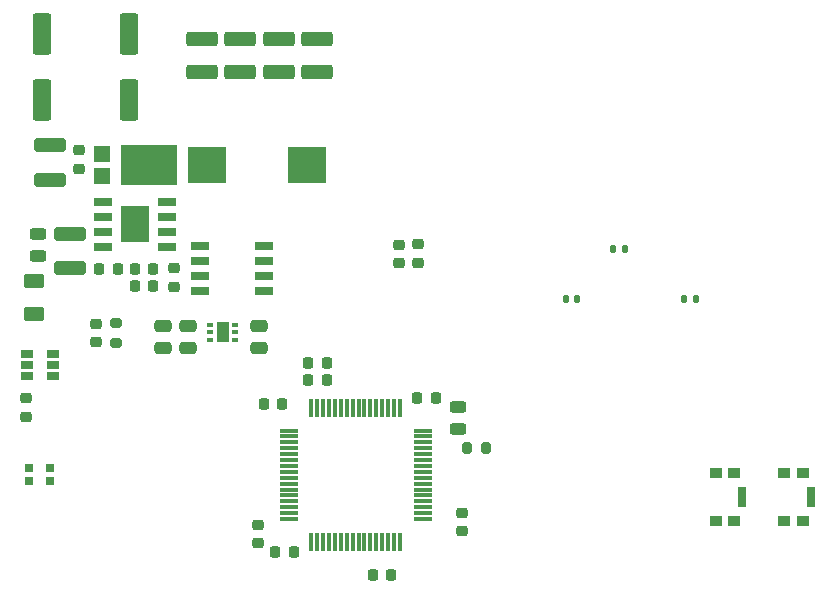
<source format=gbr>
%TF.GenerationSoftware,KiCad,Pcbnew,(6.0.0-rc1-29-g9238b27f63)*%
%TF.CreationDate,2021-12-03T12:49:23+01:00*%
%TF.ProjectId,robolympics_hub,726f626f-6c79-46d7-9069-63735f687562,rev?*%
%TF.SameCoordinates,Original*%
%TF.FileFunction,Paste,Top*%
%TF.FilePolarity,Positive*%
%FSLAX46Y46*%
G04 Gerber Fmt 4.6, Leading zero omitted, Abs format (unit mm)*
G04 Created by KiCad (PCBNEW (6.0.0-rc1-29-g9238b27f63)) date 2021-12-03 12:49:23*
%MOMM*%
%LPD*%
G01*
G04 APERTURE LIST*
G04 Aperture macros list*
%AMRoundRect*
0 Rectangle with rounded corners*
0 $1 Rounding radius*
0 $2 $3 $4 $5 $6 $7 $8 $9 X,Y pos of 4 corners*
0 Add a 4 corners polygon primitive as box body*
4,1,4,$2,$3,$4,$5,$6,$7,$8,$9,$2,$3,0*
0 Add four circle primitives for the rounded corners*
1,1,$1+$1,$2,$3*
1,1,$1+$1,$4,$5*
1,1,$1+$1,$6,$7*
1,1,$1+$1,$8,$9*
0 Add four rect primitives between the rounded corners*
20,1,$1+$1,$2,$3,$4,$5,0*
20,1,$1+$1,$4,$5,$6,$7,0*
20,1,$1+$1,$6,$7,$8,$9,0*
20,1,$1+$1,$8,$9,$2,$3,0*%
G04 Aperture macros list end*
%ADD10RoundRect,0.250000X1.075000X-0.375000X1.075000X0.375000X-1.075000X0.375000X-1.075000X-0.375000X0*%
%ADD11R,0.600000X0.350000*%
%ADD12R,1.100000X1.700000*%
%ADD13RoundRect,0.218750X-0.256250X0.218750X-0.256250X-0.218750X0.256250X-0.218750X0.256250X0.218750X0*%
%ADD14RoundRect,0.200000X-0.200000X-0.275000X0.200000X-0.275000X0.200000X0.275000X-0.200000X0.275000X0*%
%ADD15RoundRect,0.250000X0.550000X-1.500000X0.550000X1.500000X-0.550000X1.500000X-0.550000X-1.500000X0*%
%ADD16RoundRect,0.218750X0.218750X0.256250X-0.218750X0.256250X-0.218750X-0.256250X0.218750X-0.256250X0*%
%ADD17RoundRect,0.218750X-0.218750X-0.256250X0.218750X-0.256250X0.218750X0.256250X-0.218750X0.256250X0*%
%ADD18R,0.700000X0.700000*%
%ADD19R,1.525000X0.650000*%
%ADD20R,2.400000X3.100000*%
%ADD21RoundRect,0.243750X-0.456250X0.243750X-0.456250X-0.243750X0.456250X-0.243750X0.456250X0.243750X0*%
%ADD22R,1.400000X1.390000*%
%ADD23R,4.860000X3.360000*%
%ADD24R,1.060000X0.650000*%
%ADD25RoundRect,0.250000X0.625000X-0.375000X0.625000X0.375000X-0.625000X0.375000X-0.625000X-0.375000X0*%
%ADD26RoundRect,0.250000X-1.100000X0.325000X-1.100000X-0.325000X1.100000X-0.325000X1.100000X0.325000X0*%
%ADD27R,1.000000X0.900000*%
%ADD28R,0.800000X1.700000*%
%ADD29RoundRect,0.147500X0.147500X0.172500X-0.147500X0.172500X-0.147500X-0.172500X0.147500X-0.172500X0*%
%ADD30RoundRect,0.218750X0.256250X-0.218750X0.256250X0.218750X-0.256250X0.218750X-0.256250X-0.218750X0*%
%ADD31RoundRect,0.075000X0.075000X-0.700000X0.075000X0.700000X-0.075000X0.700000X-0.075000X-0.700000X0*%
%ADD32RoundRect,0.075000X0.700000X-0.075000X0.700000X0.075000X-0.700000X0.075000X-0.700000X-0.075000X0*%
%ADD33RoundRect,0.250000X-0.475000X0.250000X-0.475000X-0.250000X0.475000X-0.250000X0.475000X0.250000X0*%
%ADD34R,3.300000X3.050000*%
%ADD35RoundRect,0.250000X1.100000X-0.325000X1.100000X0.325000X-1.100000X0.325000X-1.100000X-0.325000X0*%
%ADD36RoundRect,0.200000X-0.275000X0.200000X-0.275000X-0.200000X0.275000X-0.200000X0.275000X0.200000X0*%
G04 APERTURE END LIST*
D10*
%TO.C,C13*%
X184000000Y-65400000D03*
X184000000Y-62600000D03*
%TD*%
D11*
%TO.C,IC1*%
X183550000Y-88100000D03*
X183550000Y-87450000D03*
X183550000Y-86800000D03*
X181450000Y-86800000D03*
X181450000Y-87450000D03*
X181450000Y-88100000D03*
D12*
X182500000Y-87450000D03*
%TD*%
D10*
%TO.C,C11*%
X180750000Y-65400000D03*
X180750000Y-62600000D03*
%TD*%
D13*
%TO.C,D6*%
X171760000Y-86702500D03*
X171760000Y-88277500D03*
%TD*%
D14*
%TO.C,R7*%
X203175000Y-97250000D03*
X204825000Y-97250000D03*
%TD*%
D15*
%TO.C,C23*%
X167200000Y-67800000D03*
X167200000Y-62200000D03*
%TD*%
D16*
%TO.C,C8*%
X176625500Y-82045000D03*
X175050500Y-82045000D03*
%TD*%
D17*
%TO.C,C1*%
X198962500Y-93000000D03*
X200537500Y-93000000D03*
%TD*%
D16*
%TO.C,C31*%
X196787500Y-108000000D03*
X195212500Y-108000000D03*
%TD*%
D18*
%TO.C,U5*%
X166085000Y-98950000D03*
X166085000Y-100050000D03*
X167915000Y-100050000D03*
X167915000Y-98950000D03*
%TD*%
D19*
%TO.C,IC2*%
X172376000Y-76390000D03*
X172376000Y-77660000D03*
X172376000Y-78930000D03*
X172376000Y-80200000D03*
X177800000Y-80200000D03*
X177800000Y-78930000D03*
X177800000Y-77660000D03*
X177800000Y-76390000D03*
D20*
X175088000Y-78295000D03*
%TD*%
D21*
%TO.C,C7*%
X166888000Y-79107500D03*
X166888000Y-80982500D03*
%TD*%
D16*
%TO.C,C26*%
X188537500Y-106000000D03*
X186962500Y-106000000D03*
%TD*%
D22*
%TO.C,D1*%
X172281310Y-72369810D03*
X172281310Y-74209810D03*
D23*
X176263310Y-73289810D03*
%TD*%
D13*
%TO.C,R2*%
X197450000Y-80012500D03*
X197450000Y-81587500D03*
%TD*%
D16*
%TO.C,C25*%
X187537500Y-93500000D03*
X185962500Y-93500000D03*
%TD*%
%TO.C,R6*%
X176625500Y-83545000D03*
X175050500Y-83545000D03*
%TD*%
D24*
%TO.C,U2*%
X165900000Y-89250000D03*
X165900000Y-90200000D03*
X165900000Y-91150000D03*
X168100000Y-91150000D03*
X168100000Y-90200000D03*
X168100000Y-89250000D03*
%TD*%
D13*
%TO.C,R1*%
X165800000Y-93012500D03*
X165800000Y-94587500D03*
%TD*%
D17*
%TO.C,R4*%
X172050500Y-82045000D03*
X173625500Y-82045000D03*
%TD*%
D25*
%TO.C,C3*%
X166500000Y-85900000D03*
X166500000Y-83100000D03*
%TD*%
D13*
%TO.C,R5*%
X178338000Y-82007500D03*
X178338000Y-83582500D03*
%TD*%
D26*
%TO.C,C6*%
X169588000Y-79070000D03*
X169588000Y-82020000D03*
%TD*%
D15*
%TO.C,C24*%
X174600000Y-67800000D03*
X174600000Y-62200000D03*
%TD*%
D13*
%TO.C,R3*%
X199000000Y-79962500D03*
X199000000Y-81537500D03*
%TD*%
D27*
%TO.C,S2*%
X231625000Y-103450000D03*
X231625000Y-99350000D03*
X230025000Y-99350000D03*
X230025000Y-103450000D03*
D28*
X232275000Y-101400000D03*
%TD*%
D16*
%TO.C,R16*%
X191287500Y-91500000D03*
X189712500Y-91500000D03*
%TD*%
D29*
%TO.C,D3*%
X222535000Y-84600000D03*
X221565000Y-84600000D03*
%TD*%
D30*
%TO.C,C10*%
X170338000Y-73582500D03*
X170338000Y-72007500D03*
%TD*%
D31*
%TO.C,U1*%
X190000000Y-105175000D03*
X190500000Y-105175000D03*
X191000000Y-105175000D03*
X191500000Y-105175000D03*
X192000000Y-105175000D03*
X192500000Y-105175000D03*
X193000000Y-105175000D03*
X193500000Y-105175000D03*
X194000000Y-105175000D03*
X194500000Y-105175000D03*
X195000000Y-105175000D03*
X195500000Y-105175000D03*
X196000000Y-105175000D03*
X196500000Y-105175000D03*
X197000000Y-105175000D03*
X197500000Y-105175000D03*
D32*
X199425000Y-103250000D03*
X199425000Y-102750000D03*
X199425000Y-102250000D03*
X199425000Y-101750000D03*
X199425000Y-101250000D03*
X199425000Y-100750000D03*
X199425000Y-100250000D03*
X199425000Y-99750000D03*
X199425000Y-99250000D03*
X199425000Y-98750000D03*
X199425000Y-98250000D03*
X199425000Y-97750000D03*
X199425000Y-97250000D03*
X199425000Y-96750000D03*
X199425000Y-96250000D03*
X199425000Y-95750000D03*
D31*
X197500000Y-93825000D03*
X197000000Y-93825000D03*
X196500000Y-93825000D03*
X196000000Y-93825000D03*
X195500000Y-93825000D03*
X195000000Y-93825000D03*
X194500000Y-93825000D03*
X194000000Y-93825000D03*
X193500000Y-93825000D03*
X193000000Y-93825000D03*
X192500000Y-93825000D03*
X192000000Y-93825000D03*
X191500000Y-93825000D03*
X191000000Y-93825000D03*
X190500000Y-93825000D03*
X190000000Y-93825000D03*
D32*
X188075000Y-95750000D03*
X188075000Y-96250000D03*
X188075000Y-96750000D03*
X188075000Y-97250000D03*
X188075000Y-97750000D03*
X188075000Y-98250000D03*
X188075000Y-98750000D03*
X188075000Y-99250000D03*
X188075000Y-99750000D03*
X188075000Y-100250000D03*
X188075000Y-100750000D03*
X188075000Y-101250000D03*
X188075000Y-101750000D03*
X188075000Y-102250000D03*
X188075000Y-102750000D03*
X188075000Y-103250000D03*
%TD*%
D33*
%TO.C,C4*%
X185600000Y-86900000D03*
X185600000Y-88800000D03*
%TD*%
D34*
%TO.C,L2*%
X181200000Y-73250000D03*
X189600000Y-73250000D03*
%TD*%
D29*
%TO.C,D5*%
X216535000Y-80350000D03*
X215565000Y-80350000D03*
%TD*%
D10*
%TO.C,C14*%
X187250000Y-65400000D03*
X187250000Y-62600000D03*
%TD*%
D21*
%TO.C,C30*%
X202450000Y-93762500D03*
X202450000Y-95637500D03*
%TD*%
D27*
%TO.C,S1*%
X225825000Y-103450000D03*
X225825000Y-99350000D03*
X224225000Y-99350000D03*
X224225000Y-103450000D03*
D28*
X226475000Y-101400000D03*
%TD*%
D30*
%TO.C,C28*%
X185500000Y-105287500D03*
X185500000Y-103712500D03*
%TD*%
D10*
%TO.C,C12*%
X190500000Y-65400000D03*
X190500000Y-62600000D03*
%TD*%
D19*
%TO.C,U3*%
X185962000Y-83905000D03*
X185962000Y-82635000D03*
X185962000Y-81365000D03*
X185962000Y-80095000D03*
X180538000Y-80095000D03*
X180538000Y-81365000D03*
X180538000Y-82635000D03*
X180538000Y-83905000D03*
%TD*%
D35*
%TO.C,C5*%
X167838000Y-74520000D03*
X167838000Y-71570000D03*
%TD*%
D33*
%TO.C,C9*%
X177400000Y-86900000D03*
X177400000Y-88800000D03*
%TD*%
%TO.C,C2*%
X179600000Y-86900000D03*
X179600000Y-88800000D03*
%TD*%
D29*
%TO.C,D4*%
X212535000Y-84600000D03*
X211565000Y-84600000D03*
%TD*%
D36*
%TO.C,R9*%
X173500000Y-86675000D03*
X173500000Y-88325000D03*
%TD*%
D16*
%TO.C,R17*%
X191287500Y-90000000D03*
X189712500Y-90000000D03*
%TD*%
D30*
%TO.C,C27*%
X202750000Y-104287500D03*
X202750000Y-102712500D03*
%TD*%
M02*

</source>
